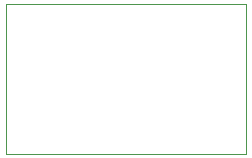
<source format=gbr>
%TF.GenerationSoftware,KiCad,Pcbnew,8.0.5*%
%TF.CreationDate,2025-10-26T06:58:02+01:00*%
%TF.ProjectId,sop8,736f7038-2e6b-4696-9361-645f70636258,rev?*%
%TF.SameCoordinates,Original*%
%TF.FileFunction,Profile,NP*%
%FSLAX46Y46*%
G04 Gerber Fmt 4.6, Leading zero omitted, Abs format (unit mm)*
G04 Created by KiCad (PCBNEW 8.0.5) date 2025-10-26 06:58:02*
%MOMM*%
%LPD*%
G01*
G04 APERTURE LIST*
%TA.AperFunction,Profile*%
%ADD10C,0.050000*%
%TD*%
G04 APERTURE END LIST*
D10*
X142240000Y-91440000D02*
X162560000Y-91440000D01*
X162560000Y-104140000D01*
X142240000Y-104140000D01*
X142240000Y-91440000D01*
M02*

</source>
